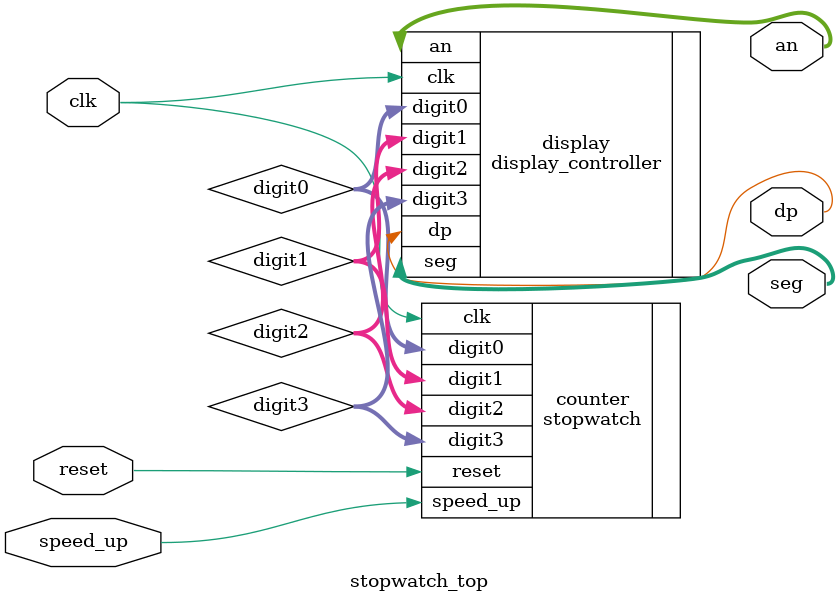
<source format=sv>
module stopwatch_top(
    input clk,        // System clock (100MHz on Basys3)
    input reset,      // Reset button
    input speed_up,   // Speed control switch
    output [6:0] seg, // 7-segment display segments
    output [3:0] an,  // 7-segment display anodes
    output dp         // Decimal point
);
    // Internal signals for BCD digits
    wire [3:0] digit0, digit1, digit2, digit3;

    // Instantiate the stopwatch counter
    stopwatch counter (
        .clk(clk),
        .reset(reset),
        .speed_up(speed_up),
        .digit0(digit0),
        .digit1(digit1),
        .digit2(digit2),
        .digit3(digit3)
    );

    // Instantiate the display controller
    display_controller display (
        .clk(clk),
        .digit0(digit0),
        .digit1(digit1),
        .digit2(digit2),
        .digit3(digit3),
        .an(an),
        .seg(seg),
        .dp(dp)
    );
endmodule

</source>
